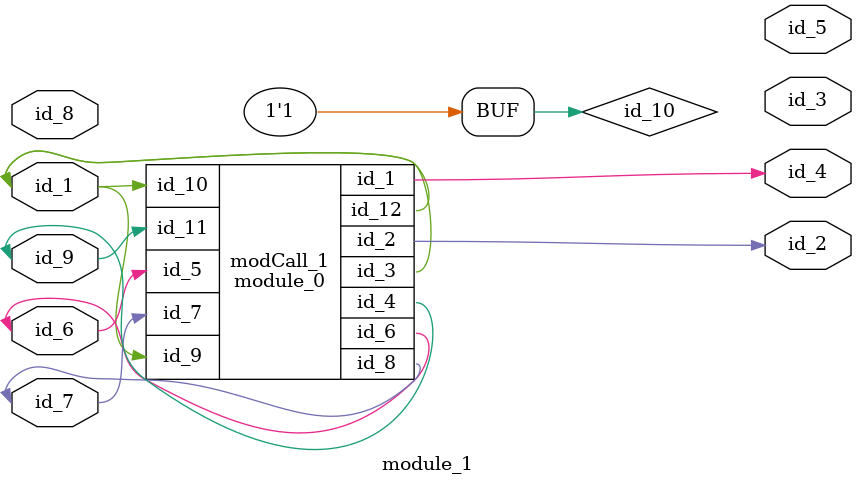
<source format=v>
module module_0 (
    id_1,
    id_2,
    id_3,
    id_4,
    id_5,
    id_6,
    id_7,
    id_8,
    id_9,
    id_10,
    id_11,
    id_12
);
  output wire id_12;
  input wire id_11;
  input wire id_10;
  input wire id_9;
  inout wire id_8;
  input wire id_7;
  inout wire id_6;
  input wire id_5;
  inout wire id_4;
  inout wire id_3;
  output wire id_2;
  output wire id_1;
endmodule
module module_1 (
    id_1,
    id_2,
    id_3,
    id_4,
    id_5,
    id_6,
    id_7,
    id_8,
    id_9
);
  inout wire id_9;
  input wire id_8;
  inout wire id_7;
  inout wire id_6;
  output wire id_5;
  output wire id_4;
  output wire id_3;
  output wire id_2;
  inout wire id_1;
  module_0 modCall_1 (
      id_4,
      id_2,
      id_1,
      id_9,
      id_6,
      id_6,
      id_7,
      id_7,
      id_1,
      id_1,
      id_9,
      id_1
  );
  generate
    wire id_10 = 1 * 1;
  endgenerate
endmodule

</source>
